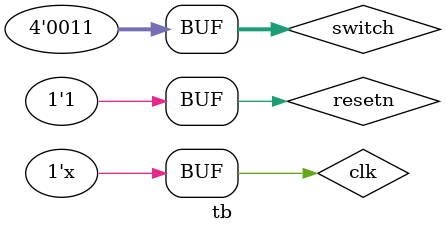
<source format=v>
module tb;
  reg         clk;
  reg         resetn;
  reg [3 : 0] switch;  //input

  initial begin
    #100;
    clk    = 1'b0;
    resetn = 1'b0;

    #500;
    resetn = 1'b1;
  end
  always #5 clk = ~clk;

  //set switch
  initial begin
    #100;
    switch = 4'hf;
    #500;
    #1;
    switch = 4'h8;  //~switch: 7
    #100;
    switch = 4'h9;  //~switch: 6
    #100;
    switch = 4'he;  //~switch: 1
    #100;
    switch = 4'h2;  //~switch: d
    #100;
    switch = 4'h0;  //~switch: f
    #100;
    switch = 4'b1011;  //~switch: 4
    #100;
    switch = 4'b0011;  //~switch: c
  end

  show_sw u_show_sw (
      .clk   (clk),
      .resetn(resetn),

      .switch(switch),  //input

      .num_csn(),  //new value   
      .num_a_g(),

      .led()  //previous value
  );
endmodule

</source>
